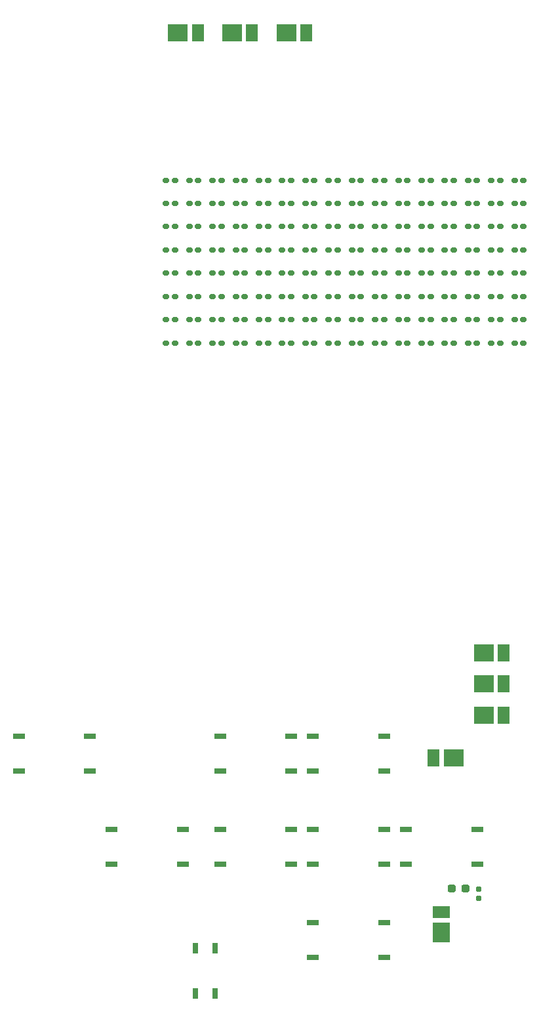
<source format=gbr>
%TF.GenerationSoftware,KiCad,Pcbnew,8.0.3*%
%TF.CreationDate,2024-07-19T04:01:02+08:00*%
%TF.ProjectId,pcb_badge,7063625f-6261-4646-9765-2e6b69636164,rev?*%
%TF.SameCoordinates,Original*%
%TF.FileFunction,Paste,Top*%
%TF.FilePolarity,Positive*%
%FSLAX46Y46*%
G04 Gerber Fmt 4.6, Leading zero omitted, Abs format (unit mm)*
G04 Created by KiCad (PCBNEW 8.0.3) date 2024-07-19 04:01:02*
%MOMM*%
%LPD*%
G01*
G04 APERTURE LIST*
G04 Aperture macros list*
%AMRoundRect*
0 Rectangle with rounded corners*
0 $1 Rounding radius*
0 $2 $3 $4 $5 $6 $7 $8 $9 X,Y pos of 4 corners*
0 Add a 4 corners polygon primitive as box body*
4,1,4,$2,$3,$4,$5,$6,$7,$8,$9,$2,$3,0*
0 Add four circle primitives for the rounded corners*
1,1,$1+$1,$2,$3*
1,1,$1+$1,$4,$5*
1,1,$1+$1,$6,$7*
1,1,$1+$1,$8,$9*
0 Add four rect primitives between the rounded corners*
20,1,$1+$1,$2,$3,$4,$5,0*
20,1,$1+$1,$4,$5,$6,$7,0*
20,1,$1+$1,$6,$7,$8,$9,0*
20,1,$1+$1,$8,$9,$2,$3,0*%
G04 Aperture macros list end*
%ADD10RoundRect,0.160000X-0.222500X-0.160000X0.222500X-0.160000X0.222500X0.160000X-0.222500X0.160000X0*%
%ADD11R,2.200000X2.500000*%
%ADD12R,2.200000X1.550000*%
%ADD13R,1.524000X0.762000*%
%ADD14R,2.500000X2.200000*%
%ADD15R,1.550000X2.200000*%
%ADD16R,0.700000X1.400000*%
%ADD17RoundRect,0.237500X-0.287500X-0.237500X0.287500X-0.237500X0.287500X0.237500X-0.287500X0.237500X0*%
%ADD18RoundRect,0.160000X0.160000X-0.197500X0.160000X0.197500X-0.160000X0.197500X-0.160000X-0.197500X0*%
G04 APERTURE END LIST*
D10*
%TO.C,D112*%
X114427502Y-62000000D03*
X115572502Y-62000000D03*
%TD*%
%TO.C,D21*%
X135427502Y-59000000D03*
X136572502Y-59000000D03*
%TD*%
%TO.C,D22*%
X138427502Y-59000000D03*
X139572502Y-59000000D03*
%TD*%
%TO.C,D124*%
X120427502Y-65000000D03*
X121572502Y-65000000D03*
%TD*%
D11*
%TO.C,D160*%
X144000000Y-150050000D03*
D12*
X144000000Y-147475000D03*
%TD*%
D10*
%TO.C,D157*%
X129427502Y-74000000D03*
X130572502Y-74000000D03*
%TD*%
%TO.C,D143*%
X117427502Y-71000000D03*
X118572502Y-71000000D03*
%TD*%
%TO.C,D55*%
X147427502Y-68000000D03*
X148572502Y-68000000D03*
%TD*%
D13*
%TO.C,SW3*%
X89402602Y-124749999D03*
X98597402Y-124749999D03*
X89402602Y-129250001D03*
X98597402Y-129250001D03*
%TD*%
D10*
%TO.C,D147*%
X129427502Y-71000000D03*
X130572502Y-71000000D03*
%TD*%
%TO.C,D96*%
X126427502Y-56000000D03*
X127572502Y-56000000D03*
%TD*%
%TO.C,D33*%
X141427502Y-62000000D03*
X142572502Y-62000000D03*
%TD*%
%TO.C,D104*%
X120427502Y-59000000D03*
X121572502Y-59000000D03*
%TD*%
%TO.C,D150*%
X108427502Y-74000000D03*
X109572502Y-74000000D03*
%TD*%
%TO.C,D152*%
X114427502Y-74000000D03*
X115572502Y-74000000D03*
%TD*%
D14*
%TO.C,D164*%
X109950000Y-34000000D03*
D15*
X112525000Y-34000000D03*
%TD*%
D10*
%TO.C,D51*%
X135427502Y-68000000D03*
X136572502Y-68000000D03*
%TD*%
%TO.C,D71*%
X135427502Y-74000000D03*
X136572502Y-74000000D03*
%TD*%
%TO.C,D113*%
X117427502Y-62000000D03*
X118572502Y-62000000D03*
%TD*%
%TO.C,D77*%
X153427502Y-74000000D03*
X154572502Y-74000000D03*
%TD*%
%TO.C,D43*%
X141427502Y-65000000D03*
X142572502Y-65000000D03*
%TD*%
%TO.C,D153*%
X117427502Y-74000000D03*
X118572502Y-74000000D03*
%TD*%
%TO.C,D110*%
X108427502Y-62000000D03*
X109572502Y-62000000D03*
%TD*%
D14*
%TO.C,D166*%
X123950000Y-34000000D03*
D15*
X126525000Y-34000000D03*
%TD*%
D16*
%TO.C,U6*%
X112230002Y-157900000D03*
X114770002Y-157900000D03*
X114770002Y-152100000D03*
X112230002Y-152100000D03*
%TD*%
D10*
%TO.C,D01*%
X135427502Y-53000000D03*
X136572502Y-53000000D03*
%TD*%
%TO.C,D136*%
X126427502Y-68000000D03*
X127572502Y-68000000D03*
%TD*%
%TO.C,D56*%
X150427502Y-68000000D03*
X151572502Y-68000000D03*
%TD*%
%TO.C,D05*%
X147427502Y-53000000D03*
X148572502Y-53000000D03*
%TD*%
%TO.C,D154*%
X120427502Y-74000000D03*
X121572502Y-74000000D03*
%TD*%
%TO.C,D16*%
X150427502Y-56000000D03*
X151572502Y-56000000D03*
%TD*%
%TO.C,D151*%
X111427502Y-74000000D03*
X112572502Y-74000000D03*
%TD*%
%TO.C,D66*%
X150427502Y-71000000D03*
X151572502Y-71000000D03*
%TD*%
%TO.C,D12*%
X138427502Y-56000000D03*
X139572502Y-56000000D03*
%TD*%
%TO.C,D76*%
X150427502Y-74000000D03*
X151572502Y-74000000D03*
%TD*%
%TO.C,D155*%
X123427502Y-74000000D03*
X124572502Y-74000000D03*
%TD*%
%TO.C,D75*%
X147427502Y-74000000D03*
X148572502Y-74000000D03*
%TD*%
%TO.C,D67*%
X153427502Y-71000000D03*
X154572502Y-71000000D03*
%TD*%
%TO.C,D95*%
X123427502Y-56000000D03*
X124572502Y-56000000D03*
%TD*%
%TO.C,D134*%
X120427502Y-68000000D03*
X121572502Y-68000000D03*
%TD*%
%TO.C,D145*%
X123427502Y-71000000D03*
X124572502Y-71000000D03*
%TD*%
%TO.C,D125*%
X123427502Y-65000000D03*
X124572502Y-65000000D03*
%TD*%
%TO.C,D13*%
X141427502Y-56000000D03*
X142572502Y-56000000D03*
%TD*%
%TO.C,D44*%
X144427502Y-65000000D03*
X145572502Y-65000000D03*
%TD*%
%TO.C,D34*%
X144427502Y-62000000D03*
X145572502Y-62000000D03*
%TD*%
%TO.C,D114*%
X120427502Y-62000000D03*
X121572502Y-62000000D03*
%TD*%
%TO.C,D14*%
X144427502Y-56000000D03*
X145572502Y-56000000D03*
%TD*%
%TO.C,D103*%
X117427502Y-59000000D03*
X118572502Y-59000000D03*
%TD*%
%TO.C,D53*%
X141427502Y-68000000D03*
X142572502Y-68000000D03*
%TD*%
D14*
%TO.C,D163*%
X149450000Y-118000000D03*
D15*
X152025000Y-118000000D03*
%TD*%
D10*
%TO.C,D90*%
X108427502Y-56000000D03*
X109572502Y-56000000D03*
%TD*%
%TO.C,D156*%
X126427502Y-74000000D03*
X127572502Y-74000000D03*
%TD*%
D17*
%TO.C,D3*%
X145347500Y-144377500D03*
X147097500Y-144377500D03*
%TD*%
D10*
%TO.C,D62*%
X138427502Y-71000000D03*
X139572502Y-71000000D03*
%TD*%
%TO.C,D20*%
X132427502Y-59000000D03*
X133572502Y-59000000D03*
%TD*%
%TO.C,D36*%
X150427502Y-62000000D03*
X151572502Y-62000000D03*
%TD*%
%TO.C,D93*%
X117427502Y-56000000D03*
X118572502Y-56000000D03*
%TD*%
%TO.C,D60*%
X132427502Y-71000000D03*
X133572502Y-71000000D03*
%TD*%
%TO.C,D111*%
X111427502Y-62000000D03*
X112572502Y-62000000D03*
%TD*%
%TO.C,D32*%
X138427502Y-62000000D03*
X139572502Y-62000000D03*
%TD*%
%TO.C,D115*%
X123427502Y-62000000D03*
X124572502Y-62000000D03*
%TD*%
%TO.C,D30*%
X132427502Y-62000000D03*
X133572502Y-62000000D03*
%TD*%
%TO.C,D37*%
X153427502Y-62000000D03*
X154572502Y-62000000D03*
%TD*%
D14*
%TO.C,D167*%
X116950000Y-34000000D03*
D15*
X119525000Y-34000000D03*
%TD*%
D10*
%TO.C,D27*%
X153427502Y-59000000D03*
X154572502Y-59000000D03*
%TD*%
%TO.C,D07*%
X153427502Y-53000000D03*
X154572502Y-53000000D03*
%TD*%
%TO.C,D65*%
X147427502Y-71000000D03*
X148572502Y-71000000D03*
%TD*%
%TO.C,D97*%
X129427502Y-56000000D03*
X130572502Y-56000000D03*
%TD*%
%TO.C,D02*%
X138427502Y-53000000D03*
X139572502Y-53000000D03*
%TD*%
%TO.C,D141*%
X111427502Y-71000000D03*
X112572502Y-71000000D03*
%TD*%
D13*
%TO.C,SW6*%
X139402602Y-136749999D03*
X148597402Y-136749999D03*
X139402602Y-141250001D03*
X148597402Y-141250001D03*
%TD*%
D10*
%TO.C,D133*%
X117427502Y-68000000D03*
X118572502Y-68000000D03*
%TD*%
D13*
%TO.C,SW1*%
X101402602Y-136749999D03*
X110597402Y-136749999D03*
X101402602Y-141250001D03*
X110597402Y-141250001D03*
%TD*%
D10*
%TO.C,D126*%
X126427502Y-65000000D03*
X127572502Y-65000000D03*
%TD*%
%TO.C,D06*%
X150427502Y-53000000D03*
X151572502Y-53000000D03*
%TD*%
%TO.C,D84*%
X120427502Y-53000000D03*
X121572502Y-53000000D03*
%TD*%
%TO.C,D91*%
X111427502Y-56000000D03*
X112572502Y-56000000D03*
%TD*%
%TO.C,D130*%
X108427502Y-68000000D03*
X109572502Y-68000000D03*
%TD*%
%TO.C,D17*%
X153427502Y-56000000D03*
X154572502Y-56000000D03*
%TD*%
%TO.C,D24*%
X144427502Y-59000000D03*
X145572502Y-59000000D03*
%TD*%
D13*
%TO.C,SW2*%
X127402602Y-148749999D03*
X136597402Y-148749999D03*
X127402602Y-153250001D03*
X136597402Y-153250001D03*
%TD*%
D10*
%TO.C,D35*%
X147427502Y-62000000D03*
X148572502Y-62000000D03*
%TD*%
%TO.C,D04*%
X144427502Y-53000000D03*
X145572502Y-53000000D03*
%TD*%
%TO.C,D100*%
X108427502Y-59000000D03*
X109572502Y-59000000D03*
%TD*%
%TO.C,D74*%
X144427502Y-74000000D03*
X145572502Y-74000000D03*
%TD*%
%TO.C,D70*%
X132427502Y-74000000D03*
X133572502Y-74000000D03*
%TD*%
%TO.C,D106*%
X126427502Y-59000000D03*
X127572502Y-59000000D03*
%TD*%
%TO.C,D101*%
X111427502Y-59000000D03*
X112572502Y-59000000D03*
%TD*%
%TO.C,D132*%
X114427502Y-68000000D03*
X115572502Y-68000000D03*
%TD*%
%TO.C,D23*%
X141427502Y-59000000D03*
X142572502Y-59000000D03*
%TD*%
%TO.C,D57*%
X153427502Y-68000000D03*
X154572502Y-68000000D03*
%TD*%
%TO.C,D107*%
X129427502Y-59000000D03*
X130572502Y-59000000D03*
%TD*%
%TO.C,D123*%
X117427502Y-65000000D03*
X118572502Y-65000000D03*
%TD*%
%TO.C,D102*%
X114427502Y-59000000D03*
X115572502Y-59000000D03*
%TD*%
%TO.C,D64*%
X144427502Y-71000000D03*
X145572502Y-71000000D03*
%TD*%
%TO.C,D26*%
X150427502Y-59000000D03*
X151572502Y-59000000D03*
%TD*%
D14*
%TO.C,D162*%
X149450000Y-122000000D03*
D15*
X152025000Y-122000000D03*
%TD*%
D10*
%TO.C,D42*%
X138427502Y-65000000D03*
X139572502Y-65000000D03*
%TD*%
%TO.C,D46*%
X150427502Y-65000000D03*
X151572502Y-65000000D03*
%TD*%
%TO.C,D131*%
X111427502Y-68000000D03*
X112572502Y-68000000D03*
%TD*%
%TO.C,D50*%
X132427502Y-68000000D03*
X133572502Y-68000000D03*
%TD*%
D14*
%TO.C,D161*%
X145550000Y-127500000D03*
D15*
X142975000Y-127500000D03*
%TD*%
D10*
%TO.C,D144*%
X120427502Y-71000000D03*
X121572502Y-71000000D03*
%TD*%
%TO.C,D105*%
X123427502Y-59000000D03*
X124572502Y-59000000D03*
%TD*%
%TO.C,D116*%
X126427502Y-62000000D03*
X127572502Y-62000000D03*
%TD*%
%TO.C,D52*%
X138427502Y-68000000D03*
X139572502Y-68000000D03*
%TD*%
%TO.C,D00*%
X132427502Y-53000000D03*
X133572502Y-53000000D03*
%TD*%
%TO.C,D85*%
X123427502Y-53000000D03*
X124572502Y-53000000D03*
%TD*%
D13*
%TO.C,SW8*%
X127402602Y-124749999D03*
X136597402Y-124749999D03*
X127402602Y-129250001D03*
X136597402Y-129250001D03*
%TD*%
D10*
%TO.C,D142*%
X114427502Y-71000000D03*
X115572502Y-71000000D03*
%TD*%
%TO.C,D63*%
X141427502Y-71000000D03*
X142572502Y-71000000D03*
%TD*%
%TO.C,D140*%
X108427502Y-71000000D03*
X109572502Y-71000000D03*
%TD*%
D13*
%TO.C,SW5*%
X127402602Y-136749999D03*
X136597402Y-136749999D03*
X127402602Y-141250001D03*
X136597402Y-141250001D03*
%TD*%
D10*
%TO.C,D82*%
X114427502Y-53000000D03*
X115572502Y-53000000D03*
%TD*%
%TO.C,D47*%
X153427502Y-65000000D03*
X154572502Y-65000000D03*
%TD*%
%TO.C,D83*%
X117427502Y-53000000D03*
X118572502Y-53000000D03*
%TD*%
%TO.C,D15*%
X147427502Y-56000000D03*
X148572502Y-56000000D03*
%TD*%
%TO.C,D92*%
X114427502Y-56000000D03*
X115572502Y-56000000D03*
%TD*%
%TO.C,D41*%
X135427502Y-65000000D03*
X136572502Y-65000000D03*
%TD*%
%TO.C,D122*%
X114427502Y-65000000D03*
X115572502Y-65000000D03*
%TD*%
%TO.C,D94*%
X120427502Y-56000000D03*
X121572502Y-56000000D03*
%TD*%
D13*
%TO.C,SW4*%
X115402602Y-136749999D03*
X124597402Y-136749999D03*
X115402602Y-141250001D03*
X124597402Y-141250001D03*
%TD*%
D10*
%TO.C,D25*%
X147427502Y-59000000D03*
X148572502Y-59000000D03*
%TD*%
%TO.C,D80*%
X108427502Y-53000000D03*
X109572502Y-53000000D03*
%TD*%
%TO.C,D135*%
X123427502Y-68000000D03*
X124572502Y-68000000D03*
%TD*%
D18*
%TO.C,R29*%
X148800000Y-145697500D03*
X148800000Y-144502500D03*
%TD*%
D10*
%TO.C,D40*%
X132427502Y-65000000D03*
X133572502Y-65000000D03*
%TD*%
%TO.C,D120*%
X108427502Y-65000000D03*
X109572502Y-65000000D03*
%TD*%
%TO.C,D11*%
X135427502Y-56000000D03*
X136572502Y-56000000D03*
%TD*%
%TO.C,D87*%
X129427502Y-53000000D03*
X130572502Y-53000000D03*
%TD*%
D14*
%TO.C,D165*%
X149450000Y-114000000D03*
D15*
X152025000Y-114000000D03*
%TD*%
D10*
%TO.C,D81*%
X111427502Y-53000000D03*
X112572502Y-53000000D03*
%TD*%
%TO.C,D127*%
X129427502Y-65000000D03*
X130572502Y-65000000D03*
%TD*%
%TO.C,D72*%
X138427502Y-74000000D03*
X139572502Y-74000000D03*
%TD*%
%TO.C,D137*%
X129427502Y-68000000D03*
X130572502Y-68000000D03*
%TD*%
%TO.C,D54*%
X144427502Y-68000000D03*
X145572502Y-68000000D03*
%TD*%
%TO.C,D03*%
X141427502Y-53000000D03*
X142572502Y-53000000D03*
%TD*%
%TO.C,D10*%
X132427502Y-56000000D03*
X133572502Y-56000000D03*
%TD*%
%TO.C,D117*%
X129427502Y-62000000D03*
X130572502Y-62000000D03*
%TD*%
%TO.C,D45*%
X147427502Y-65000000D03*
X148572502Y-65000000D03*
%TD*%
%TO.C,D61*%
X135427502Y-71000000D03*
X136572502Y-71000000D03*
%TD*%
D13*
%TO.C,SW7*%
X115402602Y-124749999D03*
X124597402Y-124749999D03*
X115402602Y-129250001D03*
X124597402Y-129250001D03*
%TD*%
D10*
%TO.C,D146*%
X126427502Y-71000000D03*
X127572502Y-71000000D03*
%TD*%
%TO.C,D86*%
X126427502Y-53000000D03*
X127572502Y-53000000D03*
%TD*%
%TO.C,D121*%
X111427502Y-65000000D03*
X112572502Y-65000000D03*
%TD*%
%TO.C,D31*%
X135427502Y-62000000D03*
X136572502Y-62000000D03*
%TD*%
%TO.C,D73*%
X141427502Y-74000000D03*
X142572502Y-74000000D03*
%TD*%
M02*

</source>
